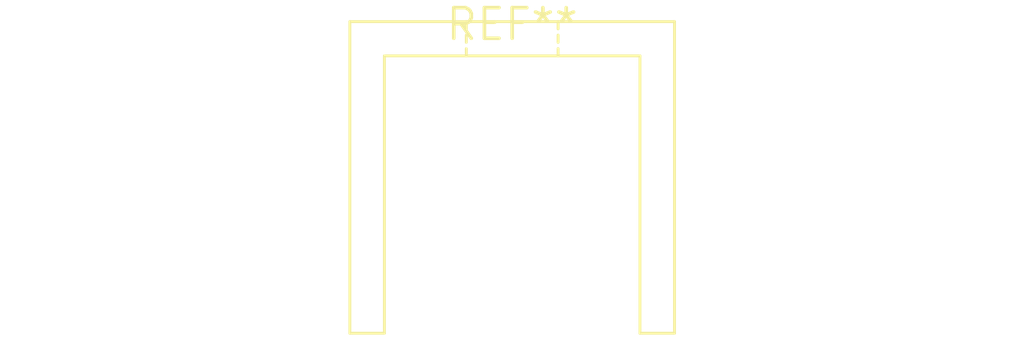
<source format=kicad_pcb>
(kicad_pcb (version 20240108) (generator pcbnew)
  (layers (0 "F.Cu" signal) (31 "B.Cu" signal) (34 "B.Paste" user) (35 "F.Paste" user) (36 "B.SilkS" user "B.Silkscreen") (37 "F.SilkS" user "F.Silkscreen") (38 "B.Mask" user) (39 "F.Mask" user) (44 "Edge.Cuts" user))
  (net 0 "")
  (footprint "Heatsink_Stonecold_HS-S03_13.21x12.7mm" (layer "F.Cu") (at 0 0)
    (property "Reference" "REF**")
    (property "Value" "Heatsink_Stonecold_HS-S03_13.21x12.7mm")
    (fp_line (start -6.72 -0.11) (end -6.72 12.81) (layer "F.SilkS") (stroke (width 0.12)))
    (fp_line (start -6.72 -0.11) (end 6.72 -0.11) (layer "F.SilkS") (stroke (width 0.12)))
    (fp_line (start -6.72 12.81) (end -5.29 12.81) (layer "F.SilkS") (stroke (width 0.12)))
    (fp_line (start -5.29 1.31) (end 5.29 1.31) (layer "F.SilkS") (stroke (width 0.12)))
    (fp_line (start -5.29 12.81) (end -5.29 1.31) (layer "F.SilkS") (stroke (width 0.12)))
    (fp_line (start -1.9 -0.11) (end -1.9 0.19) (layer "F.SilkS") (stroke (width 0.12)))
    (fp_line (start -1.9 0.45) (end -1.9 0.75) (layer "F.SilkS") (stroke (width 0.12)))
    (fp_line (start -1.9 1.01) (end -1.9 1.31) (layer "F.SilkS") (stroke (width 0.12)))
    (fp_line (start 1.9 -0.11) (end 1.9 0.19) (layer "F.SilkS") (stroke (width 0.12)))
    (fp_line (start 1.9 0.45) (end 1.9 0.75) (layer "F.SilkS") (stroke (width 0.12)))
    (fp_line (start 1.9 1.01) (end 1.9 1.31) (layer "F.SilkS") (stroke (width 0.12)))
    (fp_line (start 5.29 1.31) (end 5.29 12.81) (layer "F.SilkS") (stroke (width 0.12)))
    (fp_line (start 5.29 12.81) (end 6.72 12.81) (layer "F.SilkS") (stroke (width 0.12)))
    (fp_line (start 6.72 -0.11) (end 6.72 12.81) (layer "F.SilkS") (stroke (width 0.12)))
  )
)
</source>
